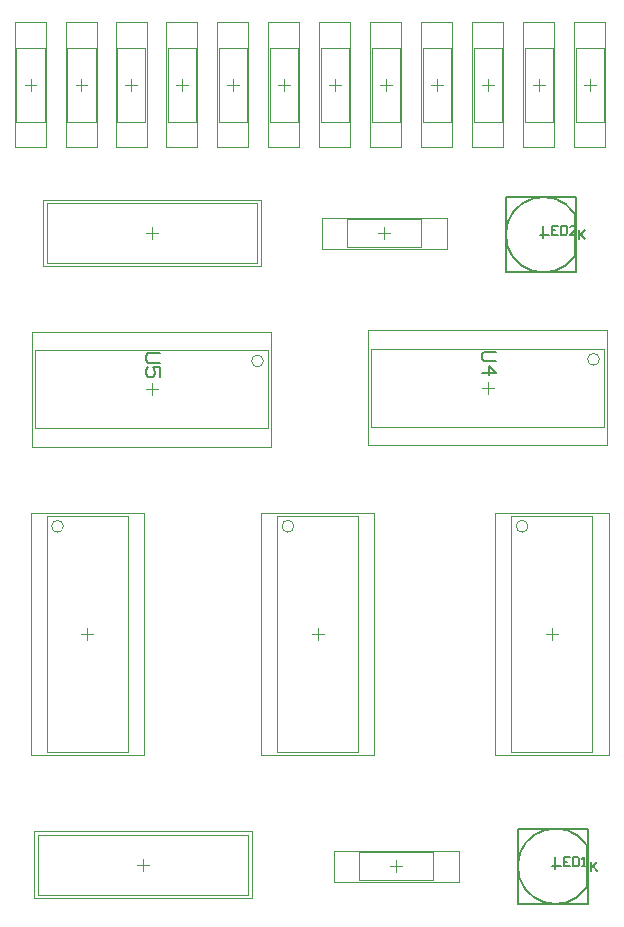
<source format=gtp>
G04*
G04 #@! TF.GenerationSoftware,Altium Limited,Altium Designer,22.9.1 (49)*
G04*
G04 Layer_Color=8421504*
%FSLAX44Y44*%
%MOMM*%
G71*
G04*
G04 #@! TF.SameCoordinates,78882AB9-2C9C-495A-B56B-01B9E16356B5*
G04*
G04*
G04 #@! TF.FilePolarity,Positive*
G04*
G01*
G75*
%ADD12C,0.2000*%
%ADD14C,0.1524*%
%ADD15C,0.1500*%
%ADD16C,0.1000*%
%ADD17C,0.0500*%
D12*
X720090Y518160D02*
X779780D01*
Y454660D02*
Y518160D01*
X720090Y454660D02*
X779780D01*
X720090D02*
Y518160D01*
X709930Y1052830D02*
X769620D01*
Y989330D02*
Y1052830D01*
X709930Y989330D02*
X769620D01*
X709930D02*
Y1052830D01*
X778510Y504190D02*
G03*
X778005Y467950I-26526J-17754D01*
G01*
X768350Y1038860D02*
G03*
X767845Y1002620I-26526J-17754D01*
G01*
X778510Y468630D02*
Y504190D01*
X749300Y486410D02*
X754380D01*
X751840Y483870D02*
Y488950D01*
X768350Y1003300D02*
Y1038860D01*
X739140Y1021080D02*
X744220D01*
X741680Y1018540D02*
Y1023620D01*
D14*
X751840Y494027D02*
Y486410D01*
X756918D01*
X764536Y494027D02*
X759457D01*
Y486410D01*
X764536D01*
X759457Y490219D02*
X761997D01*
X767075Y494027D02*
Y486410D01*
X770884D01*
X772153Y487680D01*
Y492758D01*
X770884Y494027D01*
X767075D01*
X774693Y486410D02*
X777232D01*
X775962D01*
Y494027D01*
X774693Y492758D01*
X782320Y490218D02*
Y482600D01*
Y485139D01*
X787398Y490218D01*
X783590Y486409D01*
X787398Y482600D01*
X741680Y1028698D02*
Y1021080D01*
X746758D01*
X754376Y1028698D02*
X749297D01*
Y1021080D01*
X754376D01*
X749297Y1024889D02*
X751837D01*
X756915Y1028698D02*
Y1021080D01*
X760724D01*
X761993Y1022350D01*
Y1027428D01*
X760724Y1028698D01*
X756915D01*
X769611Y1021080D02*
X764533D01*
X769611Y1026158D01*
Y1027428D01*
X768341Y1028698D01*
X765802D01*
X764533Y1027428D01*
X772160Y1024887D02*
Y1017270D01*
Y1019809D01*
X777238Y1024887D01*
X773430Y1021079D01*
X777238Y1017270D01*
D15*
X701606Y922020D02*
X691609D01*
X689610Y920021D01*
Y916022D01*
X691609Y914023D01*
X701606D01*
X689610Y904026D02*
X701606D01*
X695608Y910024D01*
Y902027D01*
X417126Y920750D02*
X407129D01*
X405130Y918751D01*
Y914752D01*
X407129Y912753D01*
X417126D01*
Y900757D02*
Y908754D01*
X411128D01*
X413127Y904755D01*
Y902756D01*
X411128Y900757D01*
X407129D01*
X405130Y902756D01*
Y906755D01*
X407129Y908754D01*
D16*
X335350Y774260D02*
G03*
X335350Y774260I-5000J0D01*
G01*
X789190Y915540D02*
G03*
X789190Y915540I-5000J0D01*
G01*
X530473Y774260D02*
G03*
X530473Y774260I-5000J0D01*
G01*
X728710D02*
G03*
X728710Y774260I-5000J0D01*
G01*
X504710Y914270D02*
G03*
X504710Y914270I-5000J0D01*
G01*
X769050Y1116580D02*
X793050D01*
X769050D02*
Y1179580D01*
X793050Y1116580D02*
Y1179580D01*
X769050D02*
X793050D01*
X725870Y1116580D02*
X749870D01*
X725870D02*
Y1179580D01*
X749870Y1116580D02*
Y1179580D01*
X725870D02*
X749870D01*
X682690Y1116580D02*
X706690D01*
X682690D02*
Y1179580D01*
X706690Y1116580D02*
Y1179580D01*
X682690D02*
X706690D01*
X639510Y1116580D02*
X663510D01*
X639510D02*
Y1179580D01*
X663510Y1116580D02*
Y1179580D01*
X639510D02*
X663510D01*
X596330Y1116580D02*
X620330D01*
X596330D02*
Y1179580D01*
X620330Y1116580D02*
Y1179580D01*
X596330D02*
X620330D01*
X553150Y1116580D02*
X577150D01*
X553150D02*
Y1179580D01*
X577150Y1116580D02*
Y1179580D01*
X553150D02*
X577150D01*
X509970Y1116580D02*
X533970D01*
X509970D02*
Y1179580D01*
X533970Y1116580D02*
Y1179580D01*
X509970D02*
X533970D01*
X466790Y1116580D02*
X490790D01*
X466790D02*
Y1179580D01*
X490790Y1116580D02*
Y1179580D01*
X466790D02*
X490790D01*
X423610Y1116580D02*
X447610D01*
X423610D02*
Y1179580D01*
X447610Y1116580D02*
Y1179580D01*
X423610D02*
X447610D01*
X380834Y1116580D02*
X404834D01*
X380834D02*
Y1179580D01*
X404834Y1116580D02*
Y1179580D01*
X380834D02*
X404834D01*
X338708Y1116580D02*
X362708D01*
X338708D02*
Y1179580D01*
X362708Y1116580D02*
Y1179580D01*
X338708D02*
X362708D01*
X295545Y1116580D02*
X319545D01*
X295545D02*
Y1179580D01*
X319545Y1116580D02*
Y1179580D01*
X295545D02*
X319545D01*
X321350Y583260D02*
X389850D01*
X321350Y783260D02*
X389850D01*
Y583260D02*
Y783260D01*
X321350Y583260D02*
Y783260D01*
X596190Y858540D02*
Y924540D01*
X793190Y858540D02*
Y924540D01*
X596190Y858540D02*
X793190D01*
X596190Y924540D02*
X793190D01*
X648720Y474410D02*
Y498410D01*
X585720Y474410D02*
X648720D01*
X585720Y498410D02*
X648720D01*
X585720Y474410D02*
Y498410D01*
X638560Y1010350D02*
Y1034350D01*
X575560Y1010350D02*
X638560D01*
X575560Y1034350D02*
X638560D01*
X575560Y1010350D02*
Y1034350D01*
X516473Y583260D02*
X584973D01*
X516473Y783260D02*
X584973D01*
Y583260D02*
Y783260D01*
X516473Y583260D02*
Y783260D01*
X321310Y1047750D02*
X499110D01*
Y996950D02*
Y1047750D01*
X321310Y996950D02*
X499110D01*
X321310D02*
Y1047750D01*
X714710Y583260D02*
X783210D01*
X714710Y783260D02*
X783210D01*
Y583260D02*
Y783260D01*
X714710Y583260D02*
Y783260D01*
X311710Y857270D02*
Y923270D01*
X508710Y857270D02*
Y923270D01*
X311710Y857270D02*
X508710D01*
X311710Y923270D02*
X508710D01*
X313690Y513080D02*
X491490D01*
Y462280D02*
Y513080D01*
X313690Y462280D02*
X491490D01*
X313690D02*
Y513080D01*
X776050Y1148080D02*
X786050D01*
X781050Y1143080D02*
Y1153080D01*
X732870Y1148080D02*
X742870D01*
X737870Y1143080D02*
Y1153080D01*
X689690Y1148080D02*
X699690D01*
X694690Y1143080D02*
Y1153080D01*
X646510Y1148080D02*
X656510D01*
X651510Y1143080D02*
Y1153080D01*
X603330Y1148080D02*
X613330D01*
X608330Y1143080D02*
Y1153080D01*
X560150Y1148080D02*
X570150D01*
X565150Y1143080D02*
Y1153080D01*
X516970Y1148080D02*
X526970D01*
X521970Y1143080D02*
Y1153080D01*
X473790Y1148080D02*
X483790D01*
X478790Y1143080D02*
Y1153080D01*
X430610Y1148080D02*
X440610D01*
X435610Y1143080D02*
Y1153080D01*
X387835Y1148080D02*
X397835D01*
X392834Y1143080D02*
Y1153080D01*
X345708Y1148080D02*
X355708D01*
X350708Y1143080D02*
Y1153080D01*
X302546Y1148080D02*
X312546D01*
X307545Y1143080D02*
Y1153080D01*
X355600Y678260D02*
Y688260D01*
X350600Y683260D02*
X360600D01*
X689690Y891540D02*
X699690D01*
X694690Y886540D02*
Y896540D01*
X617220Y481410D02*
Y491410D01*
X612220Y486410D02*
X622220D01*
X607060Y1017350D02*
Y1027350D01*
X602060Y1022350D02*
X612060D01*
X550723Y678260D02*
Y688260D01*
X545723Y683260D02*
X555723D01*
X748960Y678260D02*
Y688260D01*
X743960Y683260D02*
X753960D01*
X405210Y890270D02*
X415210D01*
X410210Y885270D02*
Y895270D01*
D17*
X768050Y1200830D02*
X794050D01*
X768050Y1095330D02*
Y1200830D01*
X794050Y1095330D02*
Y1200830D01*
X768050Y1095330D02*
X794050D01*
X724870Y1200830D02*
X750870D01*
X724870Y1095330D02*
Y1200830D01*
X750870Y1095330D02*
Y1200830D01*
X724870Y1095330D02*
X750870D01*
X681690Y1200830D02*
X707690D01*
X681690Y1095330D02*
Y1200830D01*
X707690Y1095330D02*
Y1200830D01*
X681690Y1095330D02*
X707690D01*
X638510Y1200830D02*
X664510D01*
X638510Y1095330D02*
Y1200830D01*
X664510Y1095330D02*
Y1200830D01*
X638510Y1095330D02*
X664510D01*
X595330Y1200830D02*
X621330D01*
X595330Y1095330D02*
Y1200830D01*
X621330Y1095330D02*
Y1200830D01*
X595330Y1095330D02*
X621330D01*
X552150Y1200830D02*
X578150D01*
X552150Y1095330D02*
Y1200830D01*
X578150Y1095330D02*
Y1200830D01*
X552150Y1095330D02*
X578150D01*
X508970Y1200830D02*
X534970D01*
X508970Y1095330D02*
Y1200830D01*
X534970Y1095330D02*
Y1200830D01*
X508970Y1095330D02*
X534970D01*
X465790Y1200830D02*
X491790D01*
X465790Y1095330D02*
Y1200830D01*
X491790Y1095330D02*
Y1200830D01*
X465790Y1095330D02*
X491790D01*
X422610Y1200830D02*
X448610D01*
X422610Y1095330D02*
Y1200830D01*
X448610Y1095330D02*
Y1200830D01*
X422610Y1095330D02*
X448610D01*
X379835Y1200830D02*
X405835D01*
X379835Y1095330D02*
Y1200830D01*
X405835Y1095330D02*
Y1200830D01*
X379835Y1095330D02*
X405835D01*
X337708Y1200830D02*
X363708D01*
X337708Y1095330D02*
Y1200830D01*
X363708Y1095330D02*
Y1200830D01*
X337708Y1095330D02*
X363708D01*
X294545Y1200830D02*
X320546D01*
X294545Y1095330D02*
Y1200830D01*
X320546Y1095330D02*
Y1200830D01*
X294545Y1095330D02*
X320546D01*
X307600Y580760D02*
X403600D01*
X307600Y785760D02*
X403600D01*
Y580760D02*
Y785760D01*
X307600Y580760D02*
Y785760D01*
X593690Y843040D02*
Y940040D01*
X795690Y843040D02*
Y940040D01*
X593690Y843040D02*
X795690D01*
X593690Y940040D02*
X795690D01*
X564470Y473410D02*
Y499410D01*
Y473410D02*
X669970D01*
X564470Y499410D02*
X669970D01*
Y473410D02*
Y499410D01*
X554310Y1009350D02*
Y1035350D01*
Y1009350D02*
X659810D01*
X554310Y1035350D02*
X659810D01*
Y1009350D02*
Y1035350D01*
X502723Y580760D02*
X598723D01*
X502723Y785760D02*
X598723D01*
Y580760D02*
Y785760D01*
X502723Y580760D02*
Y785760D01*
X317810Y994200D02*
Y1050500D01*
Y994200D02*
X502610D01*
Y1050500D01*
X317810D02*
X502610D01*
X410210Y1017350D02*
Y1027350D01*
X405210Y1022350D02*
X415210D01*
X700960Y580760D02*
X796960D01*
X700960Y785760D02*
X796960D01*
Y580760D02*
Y785760D01*
X700960Y580760D02*
Y785760D01*
X309210Y841770D02*
Y938770D01*
X511210Y841770D02*
Y938770D01*
X309210Y841770D02*
X511210D01*
X309210Y938770D02*
X511210D01*
X310190Y459530D02*
Y515830D01*
Y459530D02*
X494990D01*
Y515830D01*
X310190D02*
X494990D01*
X402590Y482680D02*
Y492680D01*
X397590Y487680D02*
X407590D01*
M02*

</source>
